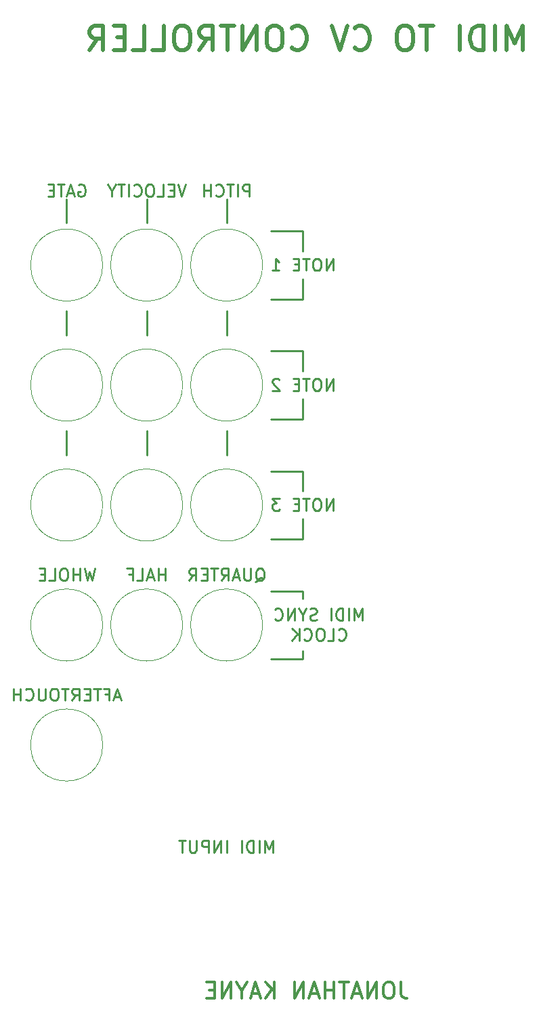
<source format=gbo>
G04 #@! TF.GenerationSoftware,KiCad,Pcbnew,(5.1.0)-1*
G04 #@! TF.CreationDate,2019-05-29T13:36:30-04:00*
G04 #@! TF.ProjectId,MIDI Controller_Panel,4d494449-2043-46f6-9e74-726f6c6c6572,rev?*
G04 #@! TF.SameCoordinates,Original*
G04 #@! TF.FileFunction,Legend,Bot*
G04 #@! TF.FilePolarity,Positive*
%FSLAX46Y46*%
G04 Gerber Fmt 4.6, Leading zero omitted, Abs format (unit mm)*
G04 Created by KiCad (PCBNEW (5.1.0)-1) date 2019-05-29 13:36:30*
%MOMM*%
%LPD*%
G04 APERTURE LIST*
%ADD10C,0.350000*%
%ADD11C,0.500000*%
%ADD12C,0.250000*%
%ADD13C,0.120000*%
G04 APERTURE END LIST*
D10*
X82259523Y-153904761D02*
X82259523Y-155333333D01*
X82354761Y-155619047D01*
X82545238Y-155809523D01*
X82830952Y-155904761D01*
X83021428Y-155904761D01*
X80926190Y-153904761D02*
X80545238Y-153904761D01*
X80354761Y-154000000D01*
X80164285Y-154190476D01*
X80069047Y-154571428D01*
X80069047Y-155238095D01*
X80164285Y-155619047D01*
X80354761Y-155809523D01*
X80545238Y-155904761D01*
X80926190Y-155904761D01*
X81116666Y-155809523D01*
X81307142Y-155619047D01*
X81402380Y-155238095D01*
X81402380Y-154571428D01*
X81307142Y-154190476D01*
X81116666Y-154000000D01*
X80926190Y-153904761D01*
X79211904Y-155904761D02*
X79211904Y-153904761D01*
X78069047Y-155904761D01*
X78069047Y-153904761D01*
X77211904Y-155333333D02*
X76259523Y-155333333D01*
X77402380Y-155904761D02*
X76735714Y-153904761D01*
X76069047Y-155904761D01*
X75688095Y-153904761D02*
X74545238Y-153904761D01*
X75116666Y-155904761D02*
X75116666Y-153904761D01*
X73878571Y-155904761D02*
X73878571Y-153904761D01*
X73878571Y-154857142D02*
X72735714Y-154857142D01*
X72735714Y-155904761D02*
X72735714Y-153904761D01*
X71878571Y-155333333D02*
X70926190Y-155333333D01*
X72069047Y-155904761D02*
X71402380Y-153904761D01*
X70735714Y-155904761D01*
X70069047Y-155904761D02*
X70069047Y-153904761D01*
X68926190Y-155904761D01*
X68926190Y-153904761D01*
X66450000Y-155904761D02*
X66450000Y-153904761D01*
X65307142Y-155904761D02*
X66164285Y-154761904D01*
X65307142Y-153904761D02*
X66450000Y-155047619D01*
X64545238Y-155333333D02*
X63592857Y-155333333D01*
X64735714Y-155904761D02*
X64069047Y-153904761D01*
X63402380Y-155904761D01*
X62354761Y-154952380D02*
X62354761Y-155904761D01*
X63021428Y-153904761D02*
X62354761Y-154952380D01*
X61688095Y-153904761D01*
X61021428Y-155904761D02*
X61021428Y-153904761D01*
X59878571Y-155904761D01*
X59878571Y-153904761D01*
X58926190Y-154857142D02*
X58259523Y-154857142D01*
X57973809Y-155904761D02*
X58926190Y-155904761D01*
X58926190Y-153904761D01*
X57973809Y-153904761D01*
D11*
X97450000Y-37357142D02*
X97450000Y-34357142D01*
X96450000Y-36500000D01*
X95450000Y-34357142D01*
X95450000Y-37357142D01*
X94021428Y-37357142D02*
X94021428Y-34357142D01*
X92592857Y-37357142D02*
X92592857Y-34357142D01*
X91878571Y-34357142D01*
X91450000Y-34500000D01*
X91164285Y-34785714D01*
X91021428Y-35071428D01*
X90878571Y-35642857D01*
X90878571Y-36071428D01*
X91021428Y-36642857D01*
X91164285Y-36928571D01*
X91450000Y-37214285D01*
X91878571Y-37357142D01*
X92592857Y-37357142D01*
X89592857Y-37357142D02*
X89592857Y-34357142D01*
X86307142Y-34357142D02*
X84592857Y-34357142D01*
X85450000Y-37357142D02*
X85450000Y-34357142D01*
X83021428Y-34357142D02*
X82450000Y-34357142D01*
X82164285Y-34500000D01*
X81878571Y-34785714D01*
X81735714Y-35357142D01*
X81735714Y-36357142D01*
X81878571Y-36928571D01*
X82164285Y-37214285D01*
X82450000Y-37357142D01*
X83021428Y-37357142D01*
X83307142Y-37214285D01*
X83592857Y-36928571D01*
X83735714Y-36357142D01*
X83735714Y-35357142D01*
X83592857Y-34785714D01*
X83307142Y-34500000D01*
X83021428Y-34357142D01*
X76450000Y-37071428D02*
X76592857Y-37214285D01*
X77021428Y-37357142D01*
X77307142Y-37357142D01*
X77735714Y-37214285D01*
X78021428Y-36928571D01*
X78164285Y-36642857D01*
X78307142Y-36071428D01*
X78307142Y-35642857D01*
X78164285Y-35071428D01*
X78021428Y-34785714D01*
X77735714Y-34500000D01*
X77307142Y-34357142D01*
X77021428Y-34357142D01*
X76592857Y-34500000D01*
X76450000Y-34642857D01*
X75592857Y-34357142D02*
X74592857Y-37357142D01*
X73592857Y-34357142D01*
X68592857Y-37071428D02*
X68735714Y-37214285D01*
X69164285Y-37357142D01*
X69450000Y-37357142D01*
X69878571Y-37214285D01*
X70164285Y-36928571D01*
X70307142Y-36642857D01*
X70450000Y-36071428D01*
X70450000Y-35642857D01*
X70307142Y-35071428D01*
X70164285Y-34785714D01*
X69878571Y-34500000D01*
X69450000Y-34357142D01*
X69164285Y-34357142D01*
X68735714Y-34500000D01*
X68592857Y-34642857D01*
X66735714Y-34357142D02*
X66164285Y-34357142D01*
X65878571Y-34500000D01*
X65592857Y-34785714D01*
X65450000Y-35357142D01*
X65450000Y-36357142D01*
X65592857Y-36928571D01*
X65878571Y-37214285D01*
X66164285Y-37357142D01*
X66735714Y-37357142D01*
X67021428Y-37214285D01*
X67307142Y-36928571D01*
X67450000Y-36357142D01*
X67450000Y-35357142D01*
X67307142Y-34785714D01*
X67021428Y-34500000D01*
X66735714Y-34357142D01*
X64164285Y-37357142D02*
X64164285Y-34357142D01*
X62450000Y-37357142D01*
X62450000Y-34357142D01*
X61450000Y-34357142D02*
X59735714Y-34357142D01*
X60592857Y-37357142D02*
X60592857Y-34357142D01*
X57021428Y-37357142D02*
X58021428Y-35928571D01*
X58735714Y-37357142D02*
X58735714Y-34357142D01*
X57592857Y-34357142D01*
X57307142Y-34500000D01*
X57164285Y-34642857D01*
X57021428Y-34928571D01*
X57021428Y-35357142D01*
X57164285Y-35642857D01*
X57307142Y-35785714D01*
X57592857Y-35928571D01*
X58735714Y-35928571D01*
X55164285Y-34357142D02*
X54592857Y-34357142D01*
X54307142Y-34500000D01*
X54021428Y-34785714D01*
X53878571Y-35357142D01*
X53878571Y-36357142D01*
X54021428Y-36928571D01*
X54307142Y-37214285D01*
X54592857Y-37357142D01*
X55164285Y-37357142D01*
X55450000Y-37214285D01*
X55735714Y-36928571D01*
X55878571Y-36357142D01*
X55878571Y-35357142D01*
X55735714Y-34785714D01*
X55450000Y-34500000D01*
X55164285Y-34357142D01*
X51164285Y-37357142D02*
X52592857Y-37357142D01*
X52592857Y-34357142D01*
X48735714Y-37357142D02*
X50164285Y-37357142D01*
X50164285Y-34357142D01*
X47735714Y-35785714D02*
X46735714Y-35785714D01*
X46307142Y-37357142D02*
X47735714Y-37357142D01*
X47735714Y-34357142D01*
X46307142Y-34357142D01*
X43307142Y-37357142D02*
X44307142Y-35928571D01*
X45021428Y-37357142D02*
X45021428Y-34357142D01*
X43878571Y-34357142D01*
X43592857Y-34500000D01*
X43450000Y-34642857D01*
X43307142Y-34928571D01*
X43307142Y-35357142D01*
X43450000Y-35642857D01*
X43592857Y-35785714D01*
X43878571Y-35928571D01*
X45021428Y-35928571D01*
D12*
X70000000Y-113500000D02*
X70000000Y-112500000D01*
X70000000Y-113500000D02*
X66000000Y-113500000D01*
X70000000Y-98500000D02*
X66000000Y-98500000D01*
X70000000Y-96000000D02*
X70000000Y-98500000D01*
X70000000Y-81000000D02*
X70000000Y-83500000D01*
X70000000Y-83500000D02*
X66000000Y-83500000D01*
X70000000Y-106000000D02*
X70000000Y-105000000D01*
X70000000Y-105000000D02*
X66000000Y-105000000D01*
X70000000Y-90000000D02*
X66000000Y-90000000D01*
X70000000Y-92500000D02*
X70000000Y-90000000D01*
X70000000Y-75000000D02*
X66000000Y-75000000D01*
X70000000Y-77500000D02*
X70000000Y-75000000D01*
X70000000Y-68500000D02*
X66000000Y-68500000D01*
X70000000Y-66000000D02*
X70000000Y-68500000D01*
X70000000Y-60000000D02*
X66000000Y-60000000D01*
X70000000Y-62500000D02*
X70000000Y-60000000D01*
X60450000Y-85000000D02*
X60450000Y-88000000D01*
X50450000Y-85000000D02*
X50450000Y-88000000D01*
X40450000Y-85000000D02*
X40450000Y-88000000D01*
X60450000Y-70000000D02*
X60450000Y-73000000D01*
X50450000Y-70000000D02*
X50450000Y-73000000D01*
X40450000Y-70000000D02*
X40450000Y-73000000D01*
X40450000Y-56000000D02*
X40450000Y-59000000D01*
X50450000Y-56000000D02*
X50450000Y-59000000D01*
X60450000Y-56000000D02*
X60450000Y-59000000D01*
X41950000Y-54250000D02*
X42092857Y-54178571D01*
X42307142Y-54178571D01*
X42521428Y-54250000D01*
X42664285Y-54392857D01*
X42735714Y-54535714D01*
X42807142Y-54821428D01*
X42807142Y-55035714D01*
X42735714Y-55321428D01*
X42664285Y-55464285D01*
X42521428Y-55607142D01*
X42307142Y-55678571D01*
X42164285Y-55678571D01*
X41950000Y-55607142D01*
X41878571Y-55535714D01*
X41878571Y-55035714D01*
X42164285Y-55035714D01*
X41307142Y-55250000D02*
X40592857Y-55250000D01*
X41450000Y-55678571D02*
X40950000Y-54178571D01*
X40450000Y-55678571D01*
X40164285Y-54178571D02*
X39307142Y-54178571D01*
X39735714Y-55678571D02*
X39735714Y-54178571D01*
X38807142Y-54892857D02*
X38307142Y-54892857D01*
X38092857Y-55678571D02*
X38807142Y-55678571D01*
X38807142Y-54178571D01*
X38092857Y-54178571D01*
X55342857Y-54178571D02*
X54842857Y-55678571D01*
X54342857Y-54178571D01*
X53842857Y-54892857D02*
X53342857Y-54892857D01*
X53128571Y-55678571D02*
X53842857Y-55678571D01*
X53842857Y-54178571D01*
X53128571Y-54178571D01*
X51771428Y-55678571D02*
X52485714Y-55678571D01*
X52485714Y-54178571D01*
X50985714Y-54178571D02*
X50700000Y-54178571D01*
X50557142Y-54250000D01*
X50414285Y-54392857D01*
X50342857Y-54678571D01*
X50342857Y-55178571D01*
X50414285Y-55464285D01*
X50557142Y-55607142D01*
X50700000Y-55678571D01*
X50985714Y-55678571D01*
X51128571Y-55607142D01*
X51271428Y-55464285D01*
X51342857Y-55178571D01*
X51342857Y-54678571D01*
X51271428Y-54392857D01*
X51128571Y-54250000D01*
X50985714Y-54178571D01*
X48842857Y-55535714D02*
X48914285Y-55607142D01*
X49128571Y-55678571D01*
X49271428Y-55678571D01*
X49485714Y-55607142D01*
X49628571Y-55464285D01*
X49700000Y-55321428D01*
X49771428Y-55035714D01*
X49771428Y-54821428D01*
X49700000Y-54535714D01*
X49628571Y-54392857D01*
X49485714Y-54250000D01*
X49271428Y-54178571D01*
X49128571Y-54178571D01*
X48914285Y-54250000D01*
X48842857Y-54321428D01*
X48200000Y-55678571D02*
X48200000Y-54178571D01*
X47700000Y-54178571D02*
X46842857Y-54178571D01*
X47271428Y-55678571D02*
X47271428Y-54178571D01*
X46057142Y-54964285D02*
X46057142Y-55678571D01*
X46557142Y-54178571D02*
X46057142Y-54964285D01*
X45557142Y-54178571D01*
X63307142Y-55678571D02*
X63307142Y-54178571D01*
X62735714Y-54178571D01*
X62592857Y-54250000D01*
X62521428Y-54321428D01*
X62450000Y-54464285D01*
X62450000Y-54678571D01*
X62521428Y-54821428D01*
X62592857Y-54892857D01*
X62735714Y-54964285D01*
X63307142Y-54964285D01*
X61807142Y-55678571D02*
X61807142Y-54178571D01*
X61307142Y-54178571D02*
X60450000Y-54178571D01*
X60878571Y-55678571D02*
X60878571Y-54178571D01*
X59092857Y-55535714D02*
X59164285Y-55607142D01*
X59378571Y-55678571D01*
X59521428Y-55678571D01*
X59735714Y-55607142D01*
X59878571Y-55464285D01*
X59950000Y-55321428D01*
X60021428Y-55035714D01*
X60021428Y-54821428D01*
X59950000Y-54535714D01*
X59878571Y-54392857D01*
X59735714Y-54250000D01*
X59521428Y-54178571D01*
X59378571Y-54178571D01*
X59164285Y-54250000D01*
X59092857Y-54321428D01*
X58450000Y-55678571D02*
X58450000Y-54178571D01*
X58450000Y-54892857D02*
X57592857Y-54892857D01*
X57592857Y-55678571D02*
X57592857Y-54178571D01*
X73750000Y-64928571D02*
X73750000Y-63428571D01*
X72892857Y-64928571D01*
X72892857Y-63428571D01*
X71892857Y-63428571D02*
X71607142Y-63428571D01*
X71464285Y-63500000D01*
X71321428Y-63642857D01*
X71250000Y-63928571D01*
X71250000Y-64428571D01*
X71321428Y-64714285D01*
X71464285Y-64857142D01*
X71607142Y-64928571D01*
X71892857Y-64928571D01*
X72035714Y-64857142D01*
X72178571Y-64714285D01*
X72250000Y-64428571D01*
X72250000Y-63928571D01*
X72178571Y-63642857D01*
X72035714Y-63500000D01*
X71892857Y-63428571D01*
X70821428Y-63428571D02*
X69964285Y-63428571D01*
X70392857Y-64928571D02*
X70392857Y-63428571D01*
X69464285Y-64142857D02*
X68964285Y-64142857D01*
X68750000Y-64928571D02*
X69464285Y-64928571D01*
X69464285Y-63428571D01*
X68750000Y-63428571D01*
X66178571Y-64928571D02*
X67035714Y-64928571D01*
X66607142Y-64928571D02*
X66607142Y-63428571D01*
X66750000Y-63642857D01*
X66892857Y-63785714D01*
X67035714Y-63857142D01*
X73750000Y-79928571D02*
X73750000Y-78428571D01*
X72892857Y-79928571D01*
X72892857Y-78428571D01*
X71892857Y-78428571D02*
X71607142Y-78428571D01*
X71464285Y-78500000D01*
X71321428Y-78642857D01*
X71250000Y-78928571D01*
X71250000Y-79428571D01*
X71321428Y-79714285D01*
X71464285Y-79857142D01*
X71607142Y-79928571D01*
X71892857Y-79928571D01*
X72035714Y-79857142D01*
X72178571Y-79714285D01*
X72250000Y-79428571D01*
X72250000Y-78928571D01*
X72178571Y-78642857D01*
X72035714Y-78500000D01*
X71892857Y-78428571D01*
X70821428Y-78428571D02*
X69964285Y-78428571D01*
X70392857Y-79928571D02*
X70392857Y-78428571D01*
X69464285Y-79142857D02*
X68964285Y-79142857D01*
X68750000Y-79928571D02*
X69464285Y-79928571D01*
X69464285Y-78428571D01*
X68750000Y-78428571D01*
X67035714Y-78571428D02*
X66964285Y-78500000D01*
X66821428Y-78428571D01*
X66464285Y-78428571D01*
X66321428Y-78500000D01*
X66250000Y-78571428D01*
X66178571Y-78714285D01*
X66178571Y-78857142D01*
X66250000Y-79071428D01*
X67107142Y-79928571D01*
X66178571Y-79928571D01*
X73750000Y-94928571D02*
X73750000Y-93428571D01*
X72892857Y-94928571D01*
X72892857Y-93428571D01*
X71892857Y-93428571D02*
X71607142Y-93428571D01*
X71464285Y-93500000D01*
X71321428Y-93642857D01*
X71250000Y-93928571D01*
X71250000Y-94428571D01*
X71321428Y-94714285D01*
X71464285Y-94857142D01*
X71607142Y-94928571D01*
X71892857Y-94928571D01*
X72035714Y-94857142D01*
X72178571Y-94714285D01*
X72250000Y-94428571D01*
X72250000Y-93928571D01*
X72178571Y-93642857D01*
X72035714Y-93500000D01*
X71892857Y-93428571D01*
X70821428Y-93428571D02*
X69964285Y-93428571D01*
X70392857Y-94928571D02*
X70392857Y-93428571D01*
X69464285Y-94142857D02*
X68964285Y-94142857D01*
X68750000Y-94928571D02*
X69464285Y-94928571D01*
X69464285Y-93428571D01*
X68750000Y-93428571D01*
X67107142Y-93428571D02*
X66178571Y-93428571D01*
X66678571Y-94000000D01*
X66464285Y-94000000D01*
X66321428Y-94071428D01*
X66250000Y-94142857D01*
X66178571Y-94285714D01*
X66178571Y-94642857D01*
X66250000Y-94785714D01*
X66321428Y-94857142D01*
X66464285Y-94928571D01*
X66892857Y-94928571D01*
X67035714Y-94857142D01*
X67107142Y-94785714D01*
X43950000Y-102178571D02*
X43592857Y-103678571D01*
X43307142Y-102607142D01*
X43021428Y-103678571D01*
X42664285Y-102178571D01*
X42092857Y-103678571D02*
X42092857Y-102178571D01*
X42092857Y-102892857D02*
X41235714Y-102892857D01*
X41235714Y-103678571D02*
X41235714Y-102178571D01*
X40235714Y-102178571D02*
X39950000Y-102178571D01*
X39807142Y-102250000D01*
X39664285Y-102392857D01*
X39592857Y-102678571D01*
X39592857Y-103178571D01*
X39664285Y-103464285D01*
X39807142Y-103607142D01*
X39950000Y-103678571D01*
X40235714Y-103678571D01*
X40378571Y-103607142D01*
X40521428Y-103464285D01*
X40592857Y-103178571D01*
X40592857Y-102678571D01*
X40521428Y-102392857D01*
X40378571Y-102250000D01*
X40235714Y-102178571D01*
X38235714Y-103678571D02*
X38950000Y-103678571D01*
X38950000Y-102178571D01*
X37735714Y-102892857D02*
X37235714Y-102892857D01*
X37021428Y-103678571D02*
X37735714Y-103678571D01*
X37735714Y-102178571D01*
X37021428Y-102178571D01*
X52771428Y-103678571D02*
X52771428Y-102178571D01*
X52771428Y-102892857D02*
X51914285Y-102892857D01*
X51914285Y-103678571D02*
X51914285Y-102178571D01*
X51271428Y-103250000D02*
X50557142Y-103250000D01*
X51414285Y-103678571D02*
X50914285Y-102178571D01*
X50414285Y-103678571D01*
X49200000Y-103678571D02*
X49914285Y-103678571D01*
X49914285Y-102178571D01*
X48200000Y-102892857D02*
X48700000Y-102892857D01*
X48700000Y-103678571D02*
X48700000Y-102178571D01*
X47985714Y-102178571D01*
X64057142Y-103821428D02*
X64200000Y-103750000D01*
X64342857Y-103607142D01*
X64557142Y-103392857D01*
X64700000Y-103321428D01*
X64842857Y-103321428D01*
X64771428Y-103678571D02*
X64914285Y-103607142D01*
X65057142Y-103464285D01*
X65128571Y-103178571D01*
X65128571Y-102678571D01*
X65057142Y-102392857D01*
X64914285Y-102250000D01*
X64771428Y-102178571D01*
X64485714Y-102178571D01*
X64342857Y-102250000D01*
X64200000Y-102392857D01*
X64128571Y-102678571D01*
X64128571Y-103178571D01*
X64200000Y-103464285D01*
X64342857Y-103607142D01*
X64485714Y-103678571D01*
X64771428Y-103678571D01*
X63485714Y-102178571D02*
X63485714Y-103392857D01*
X63414285Y-103535714D01*
X63342857Y-103607142D01*
X63200000Y-103678571D01*
X62914285Y-103678571D01*
X62771428Y-103607142D01*
X62700000Y-103535714D01*
X62628571Y-103392857D01*
X62628571Y-102178571D01*
X61985714Y-103250000D02*
X61271428Y-103250000D01*
X62128571Y-103678571D02*
X61628571Y-102178571D01*
X61128571Y-103678571D01*
X59771428Y-103678571D02*
X60271428Y-102964285D01*
X60628571Y-103678571D02*
X60628571Y-102178571D01*
X60057142Y-102178571D01*
X59914285Y-102250000D01*
X59842857Y-102321428D01*
X59771428Y-102464285D01*
X59771428Y-102678571D01*
X59842857Y-102821428D01*
X59914285Y-102892857D01*
X60057142Y-102964285D01*
X60628571Y-102964285D01*
X59342857Y-102178571D02*
X58485714Y-102178571D01*
X58914285Y-103678571D02*
X58914285Y-102178571D01*
X57985714Y-102892857D02*
X57485714Y-102892857D01*
X57271428Y-103678571D02*
X57985714Y-103678571D01*
X57985714Y-102178571D01*
X57271428Y-102178571D01*
X55771428Y-103678571D02*
X56271428Y-102964285D01*
X56628571Y-103678571D02*
X56628571Y-102178571D01*
X56057142Y-102178571D01*
X55914285Y-102250000D01*
X55842857Y-102321428D01*
X55771428Y-102464285D01*
X55771428Y-102678571D01*
X55842857Y-102821428D01*
X55914285Y-102892857D01*
X56057142Y-102964285D01*
X56628571Y-102964285D01*
X77428571Y-108678571D02*
X77428571Y-107178571D01*
X76928571Y-108250000D01*
X76428571Y-107178571D01*
X76428571Y-108678571D01*
X75714285Y-108678571D02*
X75714285Y-107178571D01*
X75000000Y-108678571D02*
X75000000Y-107178571D01*
X74642857Y-107178571D01*
X74428571Y-107250000D01*
X74285714Y-107392857D01*
X74214285Y-107535714D01*
X74142857Y-107821428D01*
X74142857Y-108035714D01*
X74214285Y-108321428D01*
X74285714Y-108464285D01*
X74428571Y-108607142D01*
X74642857Y-108678571D01*
X75000000Y-108678571D01*
X73500000Y-108678571D02*
X73500000Y-107178571D01*
X71714285Y-108607142D02*
X71500000Y-108678571D01*
X71142857Y-108678571D01*
X71000000Y-108607142D01*
X70928571Y-108535714D01*
X70857142Y-108392857D01*
X70857142Y-108250000D01*
X70928571Y-108107142D01*
X71000000Y-108035714D01*
X71142857Y-107964285D01*
X71428571Y-107892857D01*
X71571428Y-107821428D01*
X71642857Y-107750000D01*
X71714285Y-107607142D01*
X71714285Y-107464285D01*
X71642857Y-107321428D01*
X71571428Y-107250000D01*
X71428571Y-107178571D01*
X71071428Y-107178571D01*
X70857142Y-107250000D01*
X69928571Y-107964285D02*
X69928571Y-108678571D01*
X70428571Y-107178571D02*
X69928571Y-107964285D01*
X69428571Y-107178571D01*
X68928571Y-108678571D02*
X68928571Y-107178571D01*
X68071428Y-108678571D01*
X68071428Y-107178571D01*
X66500000Y-108535714D02*
X66571428Y-108607142D01*
X66785714Y-108678571D01*
X66928571Y-108678571D01*
X67142857Y-108607142D01*
X67285714Y-108464285D01*
X67357142Y-108321428D01*
X67428571Y-108035714D01*
X67428571Y-107821428D01*
X67357142Y-107535714D01*
X67285714Y-107392857D01*
X67142857Y-107250000D01*
X66928571Y-107178571D01*
X66785714Y-107178571D01*
X66571428Y-107250000D01*
X66500000Y-107321428D01*
X74428571Y-111035714D02*
X74500000Y-111107142D01*
X74714285Y-111178571D01*
X74857142Y-111178571D01*
X75071428Y-111107142D01*
X75214285Y-110964285D01*
X75285714Y-110821428D01*
X75357142Y-110535714D01*
X75357142Y-110321428D01*
X75285714Y-110035714D01*
X75214285Y-109892857D01*
X75071428Y-109750000D01*
X74857142Y-109678571D01*
X74714285Y-109678571D01*
X74500000Y-109750000D01*
X74428571Y-109821428D01*
X73071428Y-111178571D02*
X73785714Y-111178571D01*
X73785714Y-109678571D01*
X72285714Y-109678571D02*
X72000000Y-109678571D01*
X71857142Y-109750000D01*
X71714285Y-109892857D01*
X71642857Y-110178571D01*
X71642857Y-110678571D01*
X71714285Y-110964285D01*
X71857142Y-111107142D01*
X72000000Y-111178571D01*
X72285714Y-111178571D01*
X72428571Y-111107142D01*
X72571428Y-110964285D01*
X72642857Y-110678571D01*
X72642857Y-110178571D01*
X72571428Y-109892857D01*
X72428571Y-109750000D01*
X72285714Y-109678571D01*
X70142857Y-111035714D02*
X70214285Y-111107142D01*
X70428571Y-111178571D01*
X70571428Y-111178571D01*
X70785714Y-111107142D01*
X70928571Y-110964285D01*
X71000000Y-110821428D01*
X71071428Y-110535714D01*
X71071428Y-110321428D01*
X71000000Y-110035714D01*
X70928571Y-109892857D01*
X70785714Y-109750000D01*
X70571428Y-109678571D01*
X70428571Y-109678571D01*
X70214285Y-109750000D01*
X70142857Y-109821428D01*
X69500000Y-111178571D02*
X69500000Y-109678571D01*
X68642857Y-111178571D02*
X69285714Y-110321428D01*
X68642857Y-109678571D02*
X69500000Y-110535714D01*
X66235714Y-137678571D02*
X66235714Y-136178571D01*
X65735714Y-137250000D01*
X65235714Y-136178571D01*
X65235714Y-137678571D01*
X64521428Y-137678571D02*
X64521428Y-136178571D01*
X63807142Y-137678571D02*
X63807142Y-136178571D01*
X63450000Y-136178571D01*
X63235714Y-136250000D01*
X63092857Y-136392857D01*
X63021428Y-136535714D01*
X62950000Y-136821428D01*
X62950000Y-137035714D01*
X63021428Y-137321428D01*
X63092857Y-137464285D01*
X63235714Y-137607142D01*
X63450000Y-137678571D01*
X63807142Y-137678571D01*
X62307142Y-137678571D02*
X62307142Y-136178571D01*
X60450000Y-137678571D02*
X60450000Y-136178571D01*
X59735714Y-137678571D02*
X59735714Y-136178571D01*
X58878571Y-137678571D01*
X58878571Y-136178571D01*
X58164285Y-137678571D02*
X58164285Y-136178571D01*
X57592857Y-136178571D01*
X57450000Y-136250000D01*
X57378571Y-136321428D01*
X57307142Y-136464285D01*
X57307142Y-136678571D01*
X57378571Y-136821428D01*
X57450000Y-136892857D01*
X57592857Y-136964285D01*
X58164285Y-136964285D01*
X56664285Y-136178571D02*
X56664285Y-137392857D01*
X56592857Y-137535714D01*
X56521428Y-137607142D01*
X56378571Y-137678571D01*
X56092857Y-137678571D01*
X55950000Y-137607142D01*
X55878571Y-137535714D01*
X55807142Y-137392857D01*
X55807142Y-136178571D01*
X55307142Y-136178571D02*
X54450000Y-136178571D01*
X54878571Y-137678571D02*
X54878571Y-136178571D01*
X47128571Y-118250000D02*
X46414285Y-118250000D01*
X47271428Y-118678571D02*
X46771428Y-117178571D01*
X46271428Y-118678571D01*
X45271428Y-117892857D02*
X45771428Y-117892857D01*
X45771428Y-118678571D02*
X45771428Y-117178571D01*
X45057142Y-117178571D01*
X44700000Y-117178571D02*
X43842857Y-117178571D01*
X44271428Y-118678571D02*
X44271428Y-117178571D01*
X43342857Y-117892857D02*
X42842857Y-117892857D01*
X42628571Y-118678571D02*
X43342857Y-118678571D01*
X43342857Y-117178571D01*
X42628571Y-117178571D01*
X41128571Y-118678571D02*
X41628571Y-117964285D01*
X41985714Y-118678571D02*
X41985714Y-117178571D01*
X41414285Y-117178571D01*
X41271428Y-117250000D01*
X41200000Y-117321428D01*
X41128571Y-117464285D01*
X41128571Y-117678571D01*
X41200000Y-117821428D01*
X41271428Y-117892857D01*
X41414285Y-117964285D01*
X41985714Y-117964285D01*
X40700000Y-117178571D02*
X39842857Y-117178571D01*
X40271428Y-118678571D02*
X40271428Y-117178571D01*
X39057142Y-117178571D02*
X38771428Y-117178571D01*
X38628571Y-117250000D01*
X38485714Y-117392857D01*
X38414285Y-117678571D01*
X38414285Y-118178571D01*
X38485714Y-118464285D01*
X38628571Y-118607142D01*
X38771428Y-118678571D01*
X39057142Y-118678571D01*
X39200000Y-118607142D01*
X39342857Y-118464285D01*
X39414285Y-118178571D01*
X39414285Y-117678571D01*
X39342857Y-117392857D01*
X39200000Y-117250000D01*
X39057142Y-117178571D01*
X37771428Y-117178571D02*
X37771428Y-118392857D01*
X37700000Y-118535714D01*
X37628571Y-118607142D01*
X37485714Y-118678571D01*
X37200000Y-118678571D01*
X37057142Y-118607142D01*
X36985714Y-118535714D01*
X36914285Y-118392857D01*
X36914285Y-117178571D01*
X35342857Y-118535714D02*
X35414285Y-118607142D01*
X35628571Y-118678571D01*
X35771428Y-118678571D01*
X35985714Y-118607142D01*
X36128571Y-118464285D01*
X36200000Y-118321428D01*
X36271428Y-118035714D01*
X36271428Y-117821428D01*
X36200000Y-117535714D01*
X36128571Y-117392857D01*
X35985714Y-117250000D01*
X35771428Y-117178571D01*
X35628571Y-117178571D01*
X35414285Y-117250000D01*
X35342857Y-117321428D01*
X34700000Y-118678571D02*
X34700000Y-117178571D01*
X34700000Y-117892857D02*
X33842857Y-117892857D01*
X33842857Y-118678571D02*
X33842857Y-117178571D01*
D13*
X44950000Y-64250000D02*
G75*
G03X44950000Y-64250000I-4500000J0D01*
G01*
X54950000Y-94250000D02*
G75*
G03X54950000Y-94250000I-4500000J0D01*
G01*
X44950000Y-79250000D02*
G75*
G03X44950000Y-79250000I-4500000J0D01*
G01*
X54950000Y-64250000D02*
G75*
G03X54950000Y-64250000I-4500000J0D01*
G01*
X64950000Y-94250000D02*
G75*
G03X64950000Y-94250000I-4500000J0D01*
G01*
X44950000Y-94250000D02*
G75*
G03X44950000Y-94250000I-4500000J0D01*
G01*
X54950000Y-79250000D02*
G75*
G03X54950000Y-79250000I-4500000J0D01*
G01*
X64950000Y-64250000D02*
G75*
G03X64950000Y-64250000I-4500000J0D01*
G01*
X54950000Y-109250000D02*
G75*
G03X54950000Y-109250000I-4500000J0D01*
G01*
X64950000Y-79250000D02*
G75*
G03X64950000Y-79250000I-4500000J0D01*
G01*
X44950000Y-124250000D02*
G75*
G03X44950000Y-124250000I-4500000J0D01*
G01*
X44950000Y-109250000D02*
G75*
G03X44950000Y-109250000I-4500000J0D01*
G01*
X64950000Y-109250000D02*
G75*
G03X64950000Y-109250000I-4500000J0D01*
G01*
M02*

</source>
